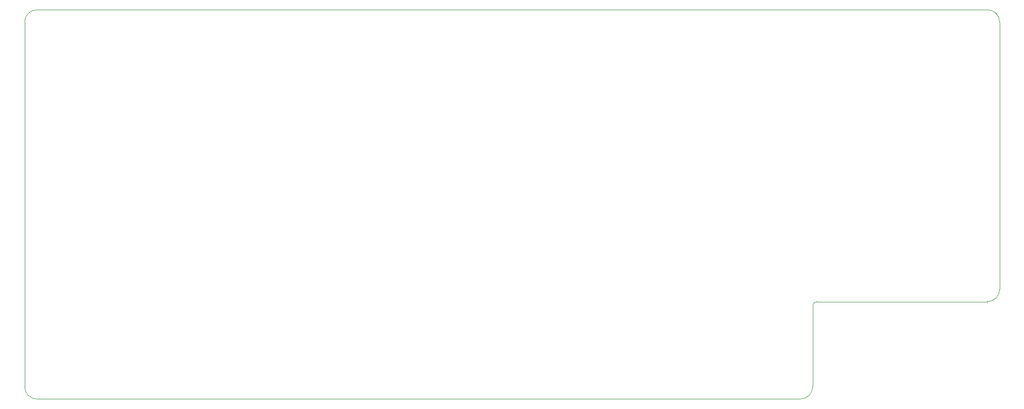
<source format=gbr>
%TF.GenerationSoftware,KiCad,Pcbnew,(6.0.4-0)*%
%TF.CreationDate,2023-01-08T13:58:21-06:00*%
%TF.ProjectId,bancouver40_cfx,62616e63-6f75-4766-9572-34305f636678,rev?*%
%TF.SameCoordinates,Original*%
%TF.FileFunction,Profile,NP*%
%FSLAX46Y46*%
G04 Gerber Fmt 4.6, Leading zero omitted, Abs format (unit mm)*
G04 Created by KiCad (PCBNEW (6.0.4-0)) date 2023-01-08 13:58:21*
%MOMM*%
%LPD*%
G01*
G04 APERTURE LIST*
%TA.AperFunction,Profile*%
%ADD10C,0.100000*%
%TD*%
G04 APERTURE END LIST*
D10*
X76499964Y-14874965D02*
G75*
G03*
X74374965Y-16999992I36J-2125035D01*
G01*
X212499900Y-65874967D02*
G75*
G03*
X211791567Y-66583302I0J-708333D01*
G01*
X242249886Y-65874985D02*
G75*
G03*
X244374885Y-63749970I14J2124985D01*
G01*
X105895783Y-14874993D02*
X105541617Y-14874993D01*
X74374965Y-80749962D02*
X74374965Y-16999992D01*
X244374885Y-63749970D02*
X244374885Y-16999992D01*
X74375039Y-80749962D02*
G75*
G03*
X76499964Y-82874961I2124961J-38D01*
G01*
X76499964Y-14874993D02*
X105541617Y-14874993D01*
X244374907Y-16999992D02*
G75*
G03*
X242249826Y-14874993I-2125007J-8D01*
G01*
X209666568Y-82874967D02*
G75*
G03*
X211791567Y-80749962I32J2124967D01*
G01*
X211791567Y-80749962D02*
X211791567Y-66583302D01*
X242249826Y-14874993D02*
X105895783Y-14874993D01*
X76499964Y-82874961D02*
X209666568Y-82874961D01*
X212499900Y-65874969D02*
X242249886Y-65874969D01*
M02*

</source>
